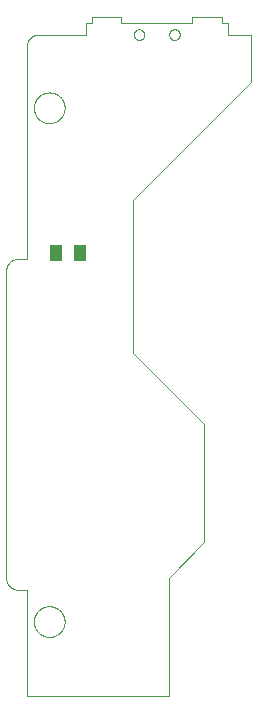
<source format=gtp>
G75*
%MOIN*%
%OFA0B0*%
%FSLAX25Y25*%
%IPPOS*%
%LPD*%
%AMOC8*
5,1,8,0,0,1.08239X$1,22.5*
%
%ADD10C,0.00000*%
%ADD11C,0.00039*%
%ADD12R,0.04331X0.05512*%
D10*
X0021709Y0041556D02*
X0021709Y0143918D01*
X0021711Y0144042D01*
X0021717Y0144165D01*
X0021726Y0144289D01*
X0021740Y0144411D01*
X0021757Y0144534D01*
X0021779Y0144656D01*
X0021804Y0144777D01*
X0021833Y0144897D01*
X0021865Y0145016D01*
X0021902Y0145135D01*
X0021942Y0145252D01*
X0021985Y0145367D01*
X0022033Y0145482D01*
X0022084Y0145594D01*
X0022138Y0145705D01*
X0022196Y0145815D01*
X0022257Y0145922D01*
X0022322Y0146028D01*
X0022390Y0146131D01*
X0022461Y0146232D01*
X0022535Y0146331D01*
X0022612Y0146428D01*
X0022693Y0146522D01*
X0022776Y0146613D01*
X0022862Y0146702D01*
X0022951Y0146788D01*
X0023042Y0146871D01*
X0023136Y0146952D01*
X0023233Y0147029D01*
X0023332Y0147103D01*
X0023433Y0147174D01*
X0023536Y0147242D01*
X0023642Y0147307D01*
X0023749Y0147368D01*
X0023859Y0147426D01*
X0023970Y0147480D01*
X0024082Y0147531D01*
X0024197Y0147579D01*
X0024312Y0147622D01*
X0024429Y0147662D01*
X0024548Y0147699D01*
X0024667Y0147731D01*
X0024787Y0147760D01*
X0024908Y0147785D01*
X0025030Y0147807D01*
X0025153Y0147824D01*
X0025275Y0147838D01*
X0025399Y0147847D01*
X0025522Y0147853D01*
X0025646Y0147855D01*
X0028599Y0147855D01*
X0028599Y0218721D01*
X0028601Y0218845D01*
X0028607Y0218968D01*
X0028616Y0219092D01*
X0028630Y0219214D01*
X0028647Y0219337D01*
X0028669Y0219459D01*
X0028694Y0219580D01*
X0028723Y0219700D01*
X0028755Y0219819D01*
X0028792Y0219938D01*
X0028832Y0220055D01*
X0028875Y0220170D01*
X0028923Y0220285D01*
X0028974Y0220397D01*
X0029028Y0220508D01*
X0029086Y0220618D01*
X0029147Y0220725D01*
X0029212Y0220831D01*
X0029280Y0220934D01*
X0029351Y0221035D01*
X0029425Y0221134D01*
X0029502Y0221231D01*
X0029583Y0221325D01*
X0029666Y0221416D01*
X0029752Y0221505D01*
X0029841Y0221591D01*
X0029932Y0221674D01*
X0030026Y0221755D01*
X0030123Y0221832D01*
X0030222Y0221906D01*
X0030323Y0221977D01*
X0030426Y0222045D01*
X0030532Y0222110D01*
X0030639Y0222171D01*
X0030749Y0222229D01*
X0030860Y0222283D01*
X0030972Y0222334D01*
X0031087Y0222382D01*
X0031202Y0222425D01*
X0031319Y0222465D01*
X0031438Y0222502D01*
X0031557Y0222534D01*
X0031677Y0222563D01*
X0031798Y0222588D01*
X0031920Y0222610D01*
X0032043Y0222627D01*
X0032165Y0222641D01*
X0032289Y0222650D01*
X0032412Y0222656D01*
X0032536Y0222658D01*
X0048284Y0222658D01*
X0048284Y0226595D01*
X0050253Y0226595D01*
X0050253Y0228564D01*
X0060095Y0228564D01*
X0060095Y0226595D01*
X0083717Y0226595D01*
X0083717Y0228564D01*
X0093560Y0228564D01*
X0093560Y0226595D01*
X0095528Y0226595D01*
X0095528Y0222658D01*
X0103402Y0222658D01*
X0103402Y0206910D01*
X0064032Y0167540D01*
X0064032Y0116359D01*
X0087654Y0092737D01*
X0087654Y0053367D01*
X0075843Y0041556D01*
X0075843Y0002186D01*
X0028599Y0002186D01*
X0028599Y0037619D01*
X0025646Y0037619D01*
X0025522Y0037621D01*
X0025399Y0037627D01*
X0025275Y0037636D01*
X0025153Y0037650D01*
X0025030Y0037667D01*
X0024908Y0037689D01*
X0024787Y0037714D01*
X0024667Y0037743D01*
X0024548Y0037775D01*
X0024429Y0037812D01*
X0024312Y0037852D01*
X0024197Y0037895D01*
X0024082Y0037943D01*
X0023970Y0037994D01*
X0023859Y0038048D01*
X0023749Y0038106D01*
X0023642Y0038167D01*
X0023536Y0038232D01*
X0023433Y0038300D01*
X0023332Y0038371D01*
X0023233Y0038445D01*
X0023136Y0038522D01*
X0023042Y0038603D01*
X0022951Y0038686D01*
X0022862Y0038772D01*
X0022776Y0038861D01*
X0022693Y0038952D01*
X0022612Y0039046D01*
X0022535Y0039143D01*
X0022461Y0039242D01*
X0022390Y0039343D01*
X0022322Y0039446D01*
X0022257Y0039552D01*
X0022196Y0039659D01*
X0022138Y0039769D01*
X0022084Y0039880D01*
X0022033Y0039992D01*
X0021985Y0040107D01*
X0021942Y0040222D01*
X0021902Y0040339D01*
X0021865Y0040458D01*
X0021833Y0040577D01*
X0021804Y0040697D01*
X0021779Y0040818D01*
X0021757Y0040940D01*
X0021740Y0041063D01*
X0021726Y0041185D01*
X0021717Y0041309D01*
X0021711Y0041432D01*
X0021709Y0041556D01*
X0064229Y0222658D02*
X0064231Y0222742D01*
X0064237Y0222825D01*
X0064247Y0222908D01*
X0064261Y0222991D01*
X0064278Y0223073D01*
X0064300Y0223154D01*
X0064325Y0223233D01*
X0064354Y0223312D01*
X0064387Y0223389D01*
X0064423Y0223464D01*
X0064463Y0223538D01*
X0064506Y0223610D01*
X0064553Y0223679D01*
X0064603Y0223746D01*
X0064656Y0223811D01*
X0064712Y0223873D01*
X0064770Y0223933D01*
X0064832Y0223990D01*
X0064896Y0224043D01*
X0064963Y0224094D01*
X0065032Y0224141D01*
X0065103Y0224186D01*
X0065176Y0224226D01*
X0065251Y0224263D01*
X0065328Y0224297D01*
X0065406Y0224327D01*
X0065485Y0224353D01*
X0065566Y0224376D01*
X0065648Y0224394D01*
X0065730Y0224409D01*
X0065813Y0224420D01*
X0065896Y0224427D01*
X0065980Y0224430D01*
X0066064Y0224429D01*
X0066147Y0224424D01*
X0066231Y0224415D01*
X0066313Y0224402D01*
X0066395Y0224386D01*
X0066476Y0224365D01*
X0066557Y0224341D01*
X0066635Y0224313D01*
X0066713Y0224281D01*
X0066789Y0224245D01*
X0066863Y0224206D01*
X0066935Y0224164D01*
X0067005Y0224118D01*
X0067073Y0224069D01*
X0067138Y0224017D01*
X0067201Y0223962D01*
X0067261Y0223904D01*
X0067319Y0223843D01*
X0067373Y0223779D01*
X0067425Y0223713D01*
X0067473Y0223645D01*
X0067518Y0223574D01*
X0067559Y0223501D01*
X0067598Y0223427D01*
X0067632Y0223351D01*
X0067663Y0223273D01*
X0067690Y0223194D01*
X0067714Y0223113D01*
X0067733Y0223032D01*
X0067749Y0222950D01*
X0067761Y0222867D01*
X0067769Y0222783D01*
X0067773Y0222700D01*
X0067773Y0222616D01*
X0067769Y0222533D01*
X0067761Y0222449D01*
X0067749Y0222366D01*
X0067733Y0222284D01*
X0067714Y0222203D01*
X0067690Y0222122D01*
X0067663Y0222043D01*
X0067632Y0221965D01*
X0067598Y0221889D01*
X0067559Y0221815D01*
X0067518Y0221742D01*
X0067473Y0221671D01*
X0067425Y0221603D01*
X0067373Y0221537D01*
X0067319Y0221473D01*
X0067261Y0221412D01*
X0067201Y0221354D01*
X0067138Y0221299D01*
X0067073Y0221247D01*
X0067005Y0221198D01*
X0066935Y0221152D01*
X0066863Y0221110D01*
X0066789Y0221071D01*
X0066713Y0221035D01*
X0066635Y0221003D01*
X0066557Y0220975D01*
X0066476Y0220951D01*
X0066395Y0220930D01*
X0066313Y0220914D01*
X0066231Y0220901D01*
X0066147Y0220892D01*
X0066064Y0220887D01*
X0065980Y0220886D01*
X0065896Y0220889D01*
X0065813Y0220896D01*
X0065730Y0220907D01*
X0065648Y0220922D01*
X0065566Y0220940D01*
X0065485Y0220963D01*
X0065406Y0220989D01*
X0065328Y0221019D01*
X0065251Y0221053D01*
X0065176Y0221090D01*
X0065103Y0221130D01*
X0065032Y0221175D01*
X0064963Y0221222D01*
X0064896Y0221273D01*
X0064832Y0221326D01*
X0064770Y0221383D01*
X0064712Y0221443D01*
X0064656Y0221505D01*
X0064603Y0221570D01*
X0064553Y0221637D01*
X0064506Y0221706D01*
X0064463Y0221778D01*
X0064423Y0221852D01*
X0064387Y0221927D01*
X0064354Y0222004D01*
X0064325Y0222083D01*
X0064300Y0222162D01*
X0064278Y0222243D01*
X0064261Y0222325D01*
X0064247Y0222408D01*
X0064237Y0222491D01*
X0064231Y0222574D01*
X0064229Y0222658D01*
X0076040Y0222658D02*
X0076042Y0222742D01*
X0076048Y0222825D01*
X0076058Y0222908D01*
X0076072Y0222991D01*
X0076089Y0223073D01*
X0076111Y0223154D01*
X0076136Y0223233D01*
X0076165Y0223312D01*
X0076198Y0223389D01*
X0076234Y0223464D01*
X0076274Y0223538D01*
X0076317Y0223610D01*
X0076364Y0223679D01*
X0076414Y0223746D01*
X0076467Y0223811D01*
X0076523Y0223873D01*
X0076581Y0223933D01*
X0076643Y0223990D01*
X0076707Y0224043D01*
X0076774Y0224094D01*
X0076843Y0224141D01*
X0076914Y0224186D01*
X0076987Y0224226D01*
X0077062Y0224263D01*
X0077139Y0224297D01*
X0077217Y0224327D01*
X0077296Y0224353D01*
X0077377Y0224376D01*
X0077459Y0224394D01*
X0077541Y0224409D01*
X0077624Y0224420D01*
X0077707Y0224427D01*
X0077791Y0224430D01*
X0077875Y0224429D01*
X0077958Y0224424D01*
X0078042Y0224415D01*
X0078124Y0224402D01*
X0078206Y0224386D01*
X0078287Y0224365D01*
X0078368Y0224341D01*
X0078446Y0224313D01*
X0078524Y0224281D01*
X0078600Y0224245D01*
X0078674Y0224206D01*
X0078746Y0224164D01*
X0078816Y0224118D01*
X0078884Y0224069D01*
X0078949Y0224017D01*
X0079012Y0223962D01*
X0079072Y0223904D01*
X0079130Y0223843D01*
X0079184Y0223779D01*
X0079236Y0223713D01*
X0079284Y0223645D01*
X0079329Y0223574D01*
X0079370Y0223501D01*
X0079409Y0223427D01*
X0079443Y0223351D01*
X0079474Y0223273D01*
X0079501Y0223194D01*
X0079525Y0223113D01*
X0079544Y0223032D01*
X0079560Y0222950D01*
X0079572Y0222867D01*
X0079580Y0222783D01*
X0079584Y0222700D01*
X0079584Y0222616D01*
X0079580Y0222533D01*
X0079572Y0222449D01*
X0079560Y0222366D01*
X0079544Y0222284D01*
X0079525Y0222203D01*
X0079501Y0222122D01*
X0079474Y0222043D01*
X0079443Y0221965D01*
X0079409Y0221889D01*
X0079370Y0221815D01*
X0079329Y0221742D01*
X0079284Y0221671D01*
X0079236Y0221603D01*
X0079184Y0221537D01*
X0079130Y0221473D01*
X0079072Y0221412D01*
X0079012Y0221354D01*
X0078949Y0221299D01*
X0078884Y0221247D01*
X0078816Y0221198D01*
X0078746Y0221152D01*
X0078674Y0221110D01*
X0078600Y0221071D01*
X0078524Y0221035D01*
X0078446Y0221003D01*
X0078368Y0220975D01*
X0078287Y0220951D01*
X0078206Y0220930D01*
X0078124Y0220914D01*
X0078042Y0220901D01*
X0077958Y0220892D01*
X0077875Y0220887D01*
X0077791Y0220886D01*
X0077707Y0220889D01*
X0077624Y0220896D01*
X0077541Y0220907D01*
X0077459Y0220922D01*
X0077377Y0220940D01*
X0077296Y0220963D01*
X0077217Y0220989D01*
X0077139Y0221019D01*
X0077062Y0221053D01*
X0076987Y0221090D01*
X0076914Y0221130D01*
X0076843Y0221175D01*
X0076774Y0221222D01*
X0076707Y0221273D01*
X0076643Y0221326D01*
X0076581Y0221383D01*
X0076523Y0221443D01*
X0076467Y0221505D01*
X0076414Y0221570D01*
X0076364Y0221637D01*
X0076317Y0221706D01*
X0076274Y0221778D01*
X0076234Y0221852D01*
X0076198Y0221927D01*
X0076165Y0222004D01*
X0076136Y0222083D01*
X0076111Y0222162D01*
X0076089Y0222243D01*
X0076072Y0222325D01*
X0076058Y0222408D01*
X0076048Y0222491D01*
X0076042Y0222574D01*
X0076040Y0222658D01*
D11*
X0030961Y0198249D02*
X0030963Y0198392D01*
X0030969Y0198535D01*
X0030979Y0198677D01*
X0030993Y0198819D01*
X0031011Y0198961D01*
X0031033Y0199103D01*
X0031058Y0199243D01*
X0031088Y0199383D01*
X0031122Y0199522D01*
X0031159Y0199660D01*
X0031201Y0199797D01*
X0031246Y0199932D01*
X0031295Y0200066D01*
X0031347Y0200199D01*
X0031403Y0200331D01*
X0031463Y0200460D01*
X0031527Y0200588D01*
X0031594Y0200715D01*
X0031665Y0200839D01*
X0031739Y0200961D01*
X0031816Y0201081D01*
X0031897Y0201199D01*
X0031981Y0201315D01*
X0032068Y0201428D01*
X0032158Y0201539D01*
X0032252Y0201647D01*
X0032348Y0201753D01*
X0032447Y0201855D01*
X0032550Y0201955D01*
X0032654Y0202052D01*
X0032762Y0202147D01*
X0032872Y0202238D01*
X0032985Y0202326D01*
X0033100Y0202410D01*
X0033217Y0202492D01*
X0033337Y0202570D01*
X0033458Y0202645D01*
X0033582Y0202717D01*
X0033708Y0202785D01*
X0033835Y0202849D01*
X0033965Y0202910D01*
X0034096Y0202967D01*
X0034228Y0203021D01*
X0034362Y0203070D01*
X0034497Y0203117D01*
X0034634Y0203159D01*
X0034772Y0203197D01*
X0034910Y0203232D01*
X0035050Y0203262D01*
X0035190Y0203289D01*
X0035331Y0203312D01*
X0035473Y0203331D01*
X0035615Y0203346D01*
X0035758Y0203357D01*
X0035900Y0203364D01*
X0036043Y0203367D01*
X0036186Y0203366D01*
X0036329Y0203361D01*
X0036472Y0203352D01*
X0036614Y0203339D01*
X0036756Y0203322D01*
X0036897Y0203301D01*
X0037038Y0203276D01*
X0037178Y0203248D01*
X0037317Y0203215D01*
X0037455Y0203178D01*
X0037592Y0203138D01*
X0037728Y0203094D01*
X0037863Y0203046D01*
X0037996Y0202994D01*
X0038128Y0202939D01*
X0038258Y0202880D01*
X0038387Y0202817D01*
X0038513Y0202751D01*
X0038638Y0202681D01*
X0038761Y0202608D01*
X0038881Y0202532D01*
X0039000Y0202452D01*
X0039116Y0202368D01*
X0039230Y0202282D01*
X0039341Y0202192D01*
X0039450Y0202100D01*
X0039556Y0202004D01*
X0039660Y0201906D01*
X0039761Y0201804D01*
X0039858Y0201700D01*
X0039953Y0201593D01*
X0040045Y0201484D01*
X0040134Y0201372D01*
X0040220Y0201257D01*
X0040302Y0201141D01*
X0040381Y0201021D01*
X0040457Y0200900D01*
X0040529Y0200777D01*
X0040598Y0200652D01*
X0040663Y0200525D01*
X0040725Y0200396D01*
X0040783Y0200265D01*
X0040838Y0200133D01*
X0040888Y0199999D01*
X0040935Y0199864D01*
X0040979Y0199728D01*
X0041018Y0199591D01*
X0041053Y0199452D01*
X0041085Y0199313D01*
X0041113Y0199173D01*
X0041137Y0199032D01*
X0041157Y0198890D01*
X0041173Y0198748D01*
X0041185Y0198606D01*
X0041193Y0198463D01*
X0041197Y0198320D01*
X0041197Y0198178D01*
X0041193Y0198035D01*
X0041185Y0197892D01*
X0041173Y0197750D01*
X0041157Y0197608D01*
X0041137Y0197466D01*
X0041113Y0197325D01*
X0041085Y0197185D01*
X0041053Y0197046D01*
X0041018Y0196907D01*
X0040979Y0196770D01*
X0040935Y0196634D01*
X0040888Y0196499D01*
X0040838Y0196365D01*
X0040783Y0196233D01*
X0040725Y0196102D01*
X0040663Y0195973D01*
X0040598Y0195846D01*
X0040529Y0195721D01*
X0040457Y0195598D01*
X0040381Y0195477D01*
X0040302Y0195357D01*
X0040220Y0195241D01*
X0040134Y0195126D01*
X0040045Y0195014D01*
X0039953Y0194905D01*
X0039858Y0194798D01*
X0039761Y0194694D01*
X0039660Y0194592D01*
X0039556Y0194494D01*
X0039450Y0194398D01*
X0039341Y0194306D01*
X0039230Y0194216D01*
X0039116Y0194130D01*
X0039000Y0194046D01*
X0038881Y0193966D01*
X0038761Y0193890D01*
X0038638Y0193817D01*
X0038513Y0193747D01*
X0038387Y0193681D01*
X0038258Y0193618D01*
X0038128Y0193559D01*
X0037996Y0193504D01*
X0037863Y0193452D01*
X0037728Y0193404D01*
X0037592Y0193360D01*
X0037455Y0193320D01*
X0037317Y0193283D01*
X0037178Y0193250D01*
X0037038Y0193222D01*
X0036897Y0193197D01*
X0036756Y0193176D01*
X0036614Y0193159D01*
X0036472Y0193146D01*
X0036329Y0193137D01*
X0036186Y0193132D01*
X0036043Y0193131D01*
X0035900Y0193134D01*
X0035758Y0193141D01*
X0035615Y0193152D01*
X0035473Y0193167D01*
X0035331Y0193186D01*
X0035190Y0193209D01*
X0035050Y0193236D01*
X0034910Y0193266D01*
X0034772Y0193301D01*
X0034634Y0193339D01*
X0034497Y0193381D01*
X0034362Y0193428D01*
X0034228Y0193477D01*
X0034096Y0193531D01*
X0033965Y0193588D01*
X0033835Y0193649D01*
X0033708Y0193713D01*
X0033582Y0193781D01*
X0033458Y0193853D01*
X0033337Y0193928D01*
X0033217Y0194006D01*
X0033100Y0194088D01*
X0032985Y0194172D01*
X0032872Y0194260D01*
X0032762Y0194351D01*
X0032654Y0194446D01*
X0032550Y0194543D01*
X0032447Y0194643D01*
X0032348Y0194745D01*
X0032252Y0194851D01*
X0032158Y0194959D01*
X0032068Y0195070D01*
X0031981Y0195183D01*
X0031897Y0195299D01*
X0031816Y0195417D01*
X0031739Y0195537D01*
X0031665Y0195659D01*
X0031594Y0195783D01*
X0031527Y0195910D01*
X0031463Y0196038D01*
X0031403Y0196167D01*
X0031347Y0196299D01*
X0031295Y0196432D01*
X0031246Y0196566D01*
X0031201Y0196701D01*
X0031159Y0196838D01*
X0031122Y0196976D01*
X0031088Y0197115D01*
X0031058Y0197255D01*
X0031033Y0197395D01*
X0031011Y0197537D01*
X0030993Y0197679D01*
X0030979Y0197821D01*
X0030969Y0197963D01*
X0030963Y0198106D01*
X0030961Y0198249D01*
X0030961Y0026989D02*
X0030963Y0027132D01*
X0030969Y0027275D01*
X0030979Y0027417D01*
X0030993Y0027559D01*
X0031011Y0027701D01*
X0031033Y0027843D01*
X0031058Y0027983D01*
X0031088Y0028123D01*
X0031122Y0028262D01*
X0031159Y0028400D01*
X0031201Y0028537D01*
X0031246Y0028672D01*
X0031295Y0028806D01*
X0031347Y0028939D01*
X0031403Y0029071D01*
X0031463Y0029200D01*
X0031527Y0029328D01*
X0031594Y0029455D01*
X0031665Y0029579D01*
X0031739Y0029701D01*
X0031816Y0029821D01*
X0031897Y0029939D01*
X0031981Y0030055D01*
X0032068Y0030168D01*
X0032158Y0030279D01*
X0032252Y0030387D01*
X0032348Y0030493D01*
X0032447Y0030595D01*
X0032550Y0030695D01*
X0032654Y0030792D01*
X0032762Y0030887D01*
X0032872Y0030978D01*
X0032985Y0031066D01*
X0033100Y0031150D01*
X0033217Y0031232D01*
X0033337Y0031310D01*
X0033458Y0031385D01*
X0033582Y0031457D01*
X0033708Y0031525D01*
X0033835Y0031589D01*
X0033965Y0031650D01*
X0034096Y0031707D01*
X0034228Y0031761D01*
X0034362Y0031810D01*
X0034497Y0031857D01*
X0034634Y0031899D01*
X0034772Y0031937D01*
X0034910Y0031972D01*
X0035050Y0032002D01*
X0035190Y0032029D01*
X0035331Y0032052D01*
X0035473Y0032071D01*
X0035615Y0032086D01*
X0035758Y0032097D01*
X0035900Y0032104D01*
X0036043Y0032107D01*
X0036186Y0032106D01*
X0036329Y0032101D01*
X0036472Y0032092D01*
X0036614Y0032079D01*
X0036756Y0032062D01*
X0036897Y0032041D01*
X0037038Y0032016D01*
X0037178Y0031988D01*
X0037317Y0031955D01*
X0037455Y0031918D01*
X0037592Y0031878D01*
X0037728Y0031834D01*
X0037863Y0031786D01*
X0037996Y0031734D01*
X0038128Y0031679D01*
X0038258Y0031620D01*
X0038387Y0031557D01*
X0038513Y0031491D01*
X0038638Y0031421D01*
X0038761Y0031348D01*
X0038881Y0031272D01*
X0039000Y0031192D01*
X0039116Y0031108D01*
X0039230Y0031022D01*
X0039341Y0030932D01*
X0039450Y0030840D01*
X0039556Y0030744D01*
X0039660Y0030646D01*
X0039761Y0030544D01*
X0039858Y0030440D01*
X0039953Y0030333D01*
X0040045Y0030224D01*
X0040134Y0030112D01*
X0040220Y0029997D01*
X0040302Y0029881D01*
X0040381Y0029761D01*
X0040457Y0029640D01*
X0040529Y0029517D01*
X0040598Y0029392D01*
X0040663Y0029265D01*
X0040725Y0029136D01*
X0040783Y0029005D01*
X0040838Y0028873D01*
X0040888Y0028739D01*
X0040935Y0028604D01*
X0040979Y0028468D01*
X0041018Y0028331D01*
X0041053Y0028192D01*
X0041085Y0028053D01*
X0041113Y0027913D01*
X0041137Y0027772D01*
X0041157Y0027630D01*
X0041173Y0027488D01*
X0041185Y0027346D01*
X0041193Y0027203D01*
X0041197Y0027060D01*
X0041197Y0026918D01*
X0041193Y0026775D01*
X0041185Y0026632D01*
X0041173Y0026490D01*
X0041157Y0026348D01*
X0041137Y0026206D01*
X0041113Y0026065D01*
X0041085Y0025925D01*
X0041053Y0025786D01*
X0041018Y0025647D01*
X0040979Y0025510D01*
X0040935Y0025374D01*
X0040888Y0025239D01*
X0040838Y0025105D01*
X0040783Y0024973D01*
X0040725Y0024842D01*
X0040663Y0024713D01*
X0040598Y0024586D01*
X0040529Y0024461D01*
X0040457Y0024338D01*
X0040381Y0024217D01*
X0040302Y0024097D01*
X0040220Y0023981D01*
X0040134Y0023866D01*
X0040045Y0023754D01*
X0039953Y0023645D01*
X0039858Y0023538D01*
X0039761Y0023434D01*
X0039660Y0023332D01*
X0039556Y0023234D01*
X0039450Y0023138D01*
X0039341Y0023046D01*
X0039230Y0022956D01*
X0039116Y0022870D01*
X0039000Y0022786D01*
X0038881Y0022706D01*
X0038761Y0022630D01*
X0038638Y0022557D01*
X0038513Y0022487D01*
X0038387Y0022421D01*
X0038258Y0022358D01*
X0038128Y0022299D01*
X0037996Y0022244D01*
X0037863Y0022192D01*
X0037728Y0022144D01*
X0037592Y0022100D01*
X0037455Y0022060D01*
X0037317Y0022023D01*
X0037178Y0021990D01*
X0037038Y0021962D01*
X0036897Y0021937D01*
X0036756Y0021916D01*
X0036614Y0021899D01*
X0036472Y0021886D01*
X0036329Y0021877D01*
X0036186Y0021872D01*
X0036043Y0021871D01*
X0035900Y0021874D01*
X0035758Y0021881D01*
X0035615Y0021892D01*
X0035473Y0021907D01*
X0035331Y0021926D01*
X0035190Y0021949D01*
X0035050Y0021976D01*
X0034910Y0022006D01*
X0034772Y0022041D01*
X0034634Y0022079D01*
X0034497Y0022121D01*
X0034362Y0022168D01*
X0034228Y0022217D01*
X0034096Y0022271D01*
X0033965Y0022328D01*
X0033835Y0022389D01*
X0033708Y0022453D01*
X0033582Y0022521D01*
X0033458Y0022593D01*
X0033337Y0022668D01*
X0033217Y0022746D01*
X0033100Y0022828D01*
X0032985Y0022912D01*
X0032872Y0023000D01*
X0032762Y0023091D01*
X0032654Y0023186D01*
X0032550Y0023283D01*
X0032447Y0023383D01*
X0032348Y0023485D01*
X0032252Y0023591D01*
X0032158Y0023699D01*
X0032068Y0023810D01*
X0031981Y0023923D01*
X0031897Y0024039D01*
X0031816Y0024157D01*
X0031739Y0024277D01*
X0031665Y0024399D01*
X0031594Y0024523D01*
X0031527Y0024650D01*
X0031463Y0024778D01*
X0031403Y0024907D01*
X0031347Y0025039D01*
X0031295Y0025172D01*
X0031246Y0025306D01*
X0031201Y0025441D01*
X0031159Y0025578D01*
X0031122Y0025716D01*
X0031088Y0025855D01*
X0031058Y0025995D01*
X0031033Y0026135D01*
X0031011Y0026277D01*
X0030993Y0026419D01*
X0030979Y0026561D01*
X0030969Y0026703D01*
X0030963Y0026846D01*
X0030961Y0026989D01*
D12*
X0038442Y0149824D03*
X0046316Y0149824D03*
M02*

</source>
